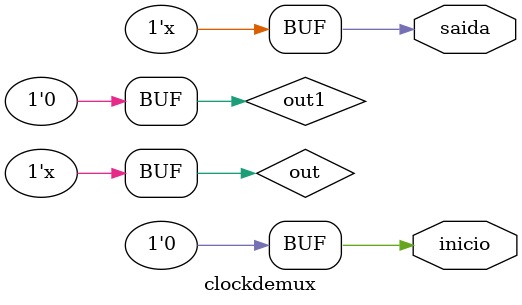
<source format=v>
module clockdemux (saida, inicio);

         output wire saida;
         output wire inicio;
         reg out;
         reg out1;

    assign saida = out;
    assign inicio = out1;

initial
begin
    out = 0;
     out1 = 1;
end
always
begin
   #250 out = ~out;
    out1 = 0;
end
endmodule

</source>
